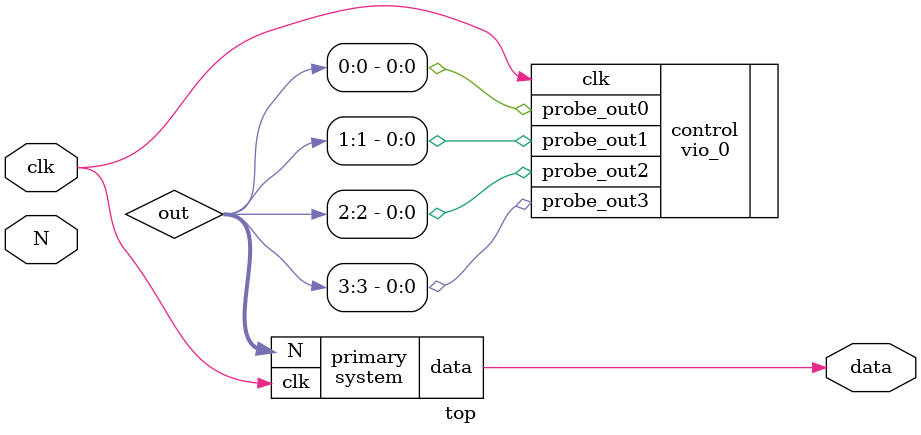
<source format=v>
 `timescale 1ns / 1ps

// 4-to-1 Multiplexer using Dataflow Modeling
module mux (
    input  wire I0, I1, I2, I3,       // Data inputs
    input  wire S0, S1,               // Select lines
    output wire Y                     // Output
);

    // Dataflow expression using logic equation
    assign Y = (~S1 & ~S0 & I0) | 
               (~S1 &  S0 & I1) | 
               ( S1 & ~S0 & I2) | 
               ( S1 &  S0 & I3);

endmodule


module decod (
    input  wire sl1,sl0,    // 2-bit input
    output reg  [3:0] out     // 4-bit output
);

    always @(*) begin
        case ({sl1,sl0})
            2'b00: out = 4'b0001;
            2'b01: out = 4'b0010;
            2'b10: out = 4'b0100;
            2'b11: out = 4'b1000;
            default: out = 4'b0000;
        endcase
    end

endmodule



module d_latch (
    input wire [3:0]I,      // Data input
    input wire En,     // Enable (level-sensitive control)
    output reg q1,q2,q3,q4
);

    always @(*) begin
        if (En)
            q1 = I[0];
            q2 = I[1];
            q3 = I[2];
            q4 = I[3];     // Transparent when enabled
        // else Q holds its value (implied)
    end

endmodule



module system (input clk,input [3:0]N,output [3:0]Y,output data);

wire L1;
wire [1:0]W;
reg [3:0]a;
wire b1,b2,b3,b4;

mux uut1(.I0(N[0]),.I1(N[1]),.I2(N[2]),.I3(N[3]),.S0(W[0]),.S1(W[1]),.Y(L1));
decod uut2(.sl0(W[0]),.sl1(W[1]),.out(a));
d_latch uut3(.I(a),.En(clk),.q1(b1),.q2(b2),.q3(b3),.q4(b4));
c_counter_binary_0 uut4(.CLK(clk),.Q(W));
assign Y={b4,b3,b2,b1};
assign data=L1;
ila_0 my_ila (
        .clk(clk),         // Clock for ILA
        .probe0(Y[0]) ,
        .probe1(Y[1]),
        .probe2(Y[2]),
        .probe3(Y[3])  // Signal to be observed
    );
endmodule 


module top (input clk,input [3:0]N,output data);


wire [3:0] out;
system primary(.clk(clk),.N(out),.data(data));


vio_0 control (.clk(clk),.probe_out0(out[0]),.probe_out1(out[1]),.probe_out2(out[2]),.probe_out3(out[3]));

endmodule 
</source>
